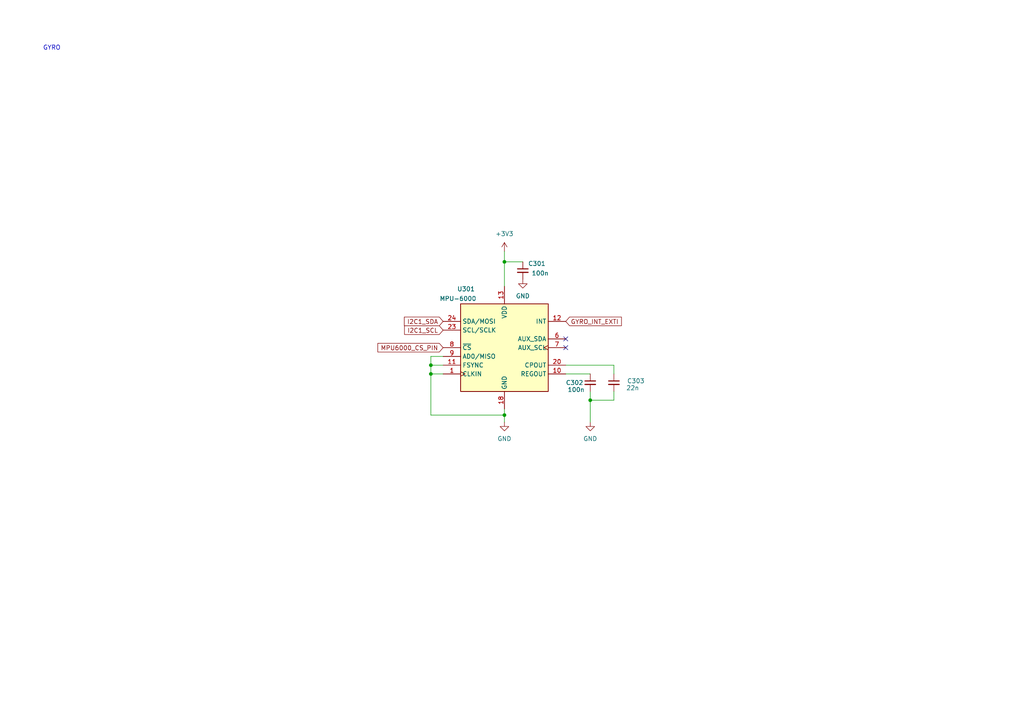
<source format=kicad_sch>
(kicad_sch (version 20211123) (generator eeschema)
  (paper "A4")
  (lib_symbols
    (symbol "Device:C_Small" (pin_numbers hide) (pin_names (offset 0.254) hide)
      (property "Reference" "C" (at 0.254 1.778 0))
      (property "Value" "C_Small" (at 0.254 -2.032 0))
      (symbol "C_Small_0_1"
        (polyline (pts (xy -1.524 -0.508) (xy 1.524 -0.508)) (stroke (width 0.3302)))
        (polyline (pts (xy -1.524 0.508) (xy 1.524 0.508)) (stroke (width 0.3048)))
      )
      (symbol "C_Small_1_1"
        (pin passive line (at 0 2.54 270) (length 2.032) (name "~") (number "1"))
        (pin passive line (at 0 -2.54 90) (length 2.032) (name "~") (number "2"))
      )
    )
    (symbol "Sensor_Motion:MPU-6000"
      (property "Reference" "U?" (at -10.922 16.764 0))
      (property "Value" "MPU-6000" (at -18.796 14.224 0))
      (symbol "MPU-6000_0_1"
        (rectangle (start -12.7 12.7) (end 12.7 -12.7) (stroke (width 0.254)) (fill (type background)))
      )
      (symbol "MPU-6000_1_1"
        (pin input clock (at -17.78 -7.62 0) (length 5.08) (name "CLKIN") (number "1"))
        (pin passive line (at 17.78 -7.62 180) (length 5.08) (name "REGOUT") (number "10"))
        (pin input line (at -17.78 -5.08 0) (length 5.08) (name "FSYNC") (number "11"))
        (pin output line (at 17.78 7.62 180) (length 5.08) (name "INT") (number "12"))
        (pin power_in line (at 0 17.78 270) (length 5.08) (name "VDD") (number "13"))
        (pin power_in line (at 0 -17.78 90) (length 5.08) (name "GND") (number "18"))
        (pin passive line (at 17.78 -5.08 180) (length 5.08) (name "CPOUT") (number "20"))
        (pin input line (at -17.78 5.08 0) (length 5.08) (name "SCL/SCLK") (number "23"))
        (pin bidirectional line (at -17.78 7.62 0) (length 5.08) (name "SDA/MOSI") (number "24"))
        (pin bidirectional line (at 17.78 2.54 180) (length 5.08) (name "AUX_SDA") (number "6"))
        (pin output clock (at 17.78 0 180) (length 5.08) (name "AUX_SCL") (number "7"))
        (pin input line (at -17.78 0 0) (length 5.08) (name "~{CS}") (number "8"))
        (pin bidirectional line (at -17.78 -2.54 0) (length 5.08) (name "AD0/MISO") (number "9"))
      )
    )
    (symbol "power:+3.3V" (power) (pin_names (offset 0))
      (property "Value" "+3.3V" (at 0 3.556 0))
      (symbol "+3.3V_0_1"
        (polyline (pts (xy -0.762 1.27) (xy 0 2.54)))
        (polyline (pts (xy 0 0) (xy 0 2.54)))
        (polyline (pts (xy 0 2.54) (xy 0.762 1.27)))
      )
      (symbol "+3.3V_1_1"
        (pin power_in line (at 0 0 90) (length 0) hide (name "+3V3") (number "1"))
      )
    )
    (symbol "power:GND" (power) (pin_names (offset 0))
      (property "Value" "GND" (at 0 -3.81 0))
      (symbol "GND_0_1"
        (polyline (pts (xy 0 0) (xy 0 -1.27) (xy 1.27 -1.27) (xy 0 -2.54) (xy -1.27 -1.27) (xy 0 -1.27)))
      )
      (symbol "GND_1_1"
        (pin power_in line (at 0 0 270) (length 0) hide (name "GND") (number "1"))
      )
    )
  )
  (junction (at 171.196 116.078))
  (junction (at 146.304 75.946))
  (junction (at 124.968 108.458))
  (junction (at 146.304 120.396))
  (junction (at 124.968 105.918))
  (no_connect (at 164.084 100.838))
  (no_connect (at 164.084 98.298))
  (wire (pts (xy 178.054 105.918) (xy 178.054 108.458)))
  (wire (pts (xy 124.968 103.378) (xy 124.968 105.918)))
  (wire (pts (xy 171.196 116.078) (xy 171.196 122.428)))
  (wire (pts (xy 146.304 118.618) (xy 146.304 120.396)))
  (wire (pts (xy 124.968 105.918) (xy 124.968 108.458)))
  (wire (pts (xy 171.196 113.538) (xy 171.196 116.078)))
  (wire (pts (xy 124.968 120.396) (xy 146.304 120.396)))
  (wire (pts (xy 124.968 103.378) (xy 128.524 103.378)))
  (wire (pts (xy 128.524 105.918) (xy 124.968 105.918)))
  (wire (pts (xy 171.196 116.078) (xy 178.054 116.078)))
  (wire (pts (xy 151.638 75.946) (xy 146.304 75.946)))
  (wire (pts (xy 164.084 108.458) (xy 171.196 108.458)))
  (wire (pts (xy 146.304 72.898) (xy 146.304 75.946)))
  (wire (pts (xy 124.968 108.458) (xy 124.968 120.396)))
  (wire (pts (xy 146.304 120.396) (xy 146.304 122.428)))
  (wire (pts (xy 164.084 105.918) (xy 178.054 105.918)))
  (wire (pts (xy 124.968 108.458) (xy 128.524 108.458)))
  (wire (pts (xy 146.304 75.946) (xy 146.304 83.058)))
  (wire (pts (xy 178.054 113.538) (xy 178.054 116.078)))
  (text "GYRO\n" (at 12.446 14.732 0) (effects (font (size 1.27 1.27)) (justify left bottom)))
  (global_label "I2C1_SDA" (shape input) (at 128.524 93.218 180) (property "Intersheet References" "${INTERSHEET_REFS}" (effects hide)))
  (global_label "I2C1_SCL" (shape input) (at 128.524 95.758 180) (property "Intersheet References" "${INTERSHEET_REFS}" (effects hide)))
  (global_label "MPU6000_CS_PIN" (shape input) (at 128.524 100.838 180) (property "Intersheet References" "${INTERSHEET_REFS}" (effects hide)))
  (global_label "GYRO_INT_EXTI" (shape input) (at 164.084 93.218 0) (property "Intersheet References" "${INTERSHEET_REFS}" (effects hide)))
  (symbol (lib_id "power:+3.3V") (at 146.304 72.898 0) (unit 1)
    (property "Reference" "#PWR0301" (effects hide))
    (property "Value" "+3.3V" (at 146.304 67.818 0))
  )
  (symbol (lib_id "power:GND") (at 171.196 122.428 0) (unit 1)
    (property "Reference" "#PWR0304" (effects hide))
    (property "Value" "GND" (at 171.196 127.254 0))
  )
  (symbol (lib_id "Device:C_Small") (at 171.196 110.998 0) (unit 1)
    (property "Reference" "C302" (at 164.084 110.998 0) (effects (justify left)))
    (property "Value" "100n" (at 164.592 113.03 0) (effects (justify left)))
    (property "Footprint" "Capacitor_SMD:C_0402_1005Metric" (effects hide))
    (property "Datasheet" "https://jlcpcb.com/parts/componentSearch?isSearch=true&searchTxt=10n%200406" (effects hide))
    (property "LCSC Part #" "C15195" (effects hide))
  )
  (symbol (lib_id "Sensor_Motion:MPU-6000") (at 146.304 100.838 0) (unit 1)
    (property "Reference" "U301" (at 132.588 83.82 0) (effects (justify left)))
    (property "Value" "MPU-6000" (at 127.508 86.614 0) (effects (justify left)))
    (property "Footprint" "Sensor_Motion:InvenSense_QFN-24_4x4mm_P0.5mm" (effects hide))
    (property "Datasheet" "https://store.invensense.com/datasheets/invensense/MPU-6050_DataSheet_V3%204.pdf" (effects hide))
  )
  (symbol (lib_id "power:GND") (at 151.638 81.026 0) (unit 1)
    (property "Reference" "#PWR0303" (effects hide))
    (property "Value" "GND" (at 151.638 85.852 0))
  )
  (symbol (lib_id "Device:C_Small") (at 178.054 110.998 0) (unit 1)
    (property "Reference" "C303" (at 181.864 110.49 0) (effects (justify left)))
    (property "Value" "22n" (at 181.61 112.522 0) (effects (justify left)))
    (property "Footprint" "Capacitor_SMD:C_0402_1005Metric" (effects hide))
    (property "Datasheet" "https://jlcpcb.com/parts/componentSearch?isSearch=true&searchTxt=10n%200406" (effects hide))
    (property "LCSC Part #" "C15195" (effects hide))
  )
  (symbol (lib_id "Device:C_Small") (at 151.638 78.486 0) (unit 1)
    (property "Reference" "C301" (at 153.162 76.454 0) (effects (justify left)))
    (property "Value" "100n" (at 154.178 79.248 0) (effects (justify left)))
    (property "Footprint" "Capacitor_SMD:C_0402_1005Metric" (effects hide))
    (property "Datasheet" "https://jlcpcb.com/parts/componentSearch?isSearch=true&searchTxt=10n%200406" (effects hide))
    (property "LCSC Part #" "C15195" (effects hide))
  )
  (symbol (lib_id "power:GND") (at 146.304 122.428 0) (unit 1)
    (property "Reference" "#PWR0302" (effects hide))
    (property "Value" "GND" (at 146.304 127.254 0))
  )
)
</source>
